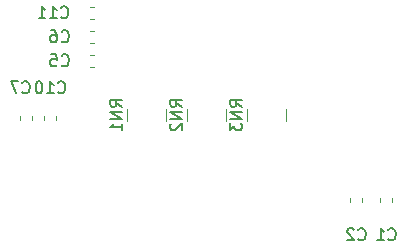
<source format=gbr>
G04 #@! TF.GenerationSoftware,KiCad,Pcbnew,(5.0.0)*
G04 #@! TF.CreationDate,2018-12-02T19:46:23+01:00*
G04 #@! TF.ProjectId,Nightmare V2,4E696768746D6172652056322E6B6963,rev?*
G04 #@! TF.SameCoordinates,Original*
G04 #@! TF.FileFunction,Legend,Bot*
G04 #@! TF.FilePolarity,Positive*
%FSLAX46Y46*%
G04 Gerber Fmt 4.6, Leading zero omitted, Abs format (unit mm)*
G04 Created by KiCad (PCBNEW (5.0.0)) date 12/02/18 19:46:23*
%MOMM*%
%LPD*%
G01*
G04 APERTURE LIST*
%ADD10C,0.120000*%
%ADD11C,0.150000*%
G04 APERTURE END LIST*
D10*
G04 #@! TO.C,C1*
X139190000Y-87063733D02*
X139190000Y-87406267D01*
X140210000Y-87063733D02*
X140210000Y-87406267D01*
G04 #@! TO.C,C2*
X137670000Y-87063733D02*
X137670000Y-87406267D01*
X136650000Y-87063733D02*
X136650000Y-87406267D01*
G04 #@! TO.C,C11*
X114979267Y-70864000D02*
X114636733Y-70864000D01*
X114979267Y-71884000D02*
X114636733Y-71884000D01*
G04 #@! TO.C,C5*
X114979267Y-74928000D02*
X114636733Y-74928000D01*
X114979267Y-75948000D02*
X114636733Y-75948000D01*
G04 #@! TO.C,C6*
X114979267Y-73916000D02*
X114636733Y-73916000D01*
X114979267Y-72896000D02*
X114636733Y-72896000D01*
G04 #@! TO.C,C7*
X109730000Y-80435267D02*
X109730000Y-80092733D01*
X108710000Y-80435267D02*
X108710000Y-80092733D01*
G04 #@! TO.C,C10*
X111762000Y-80435267D02*
X111762000Y-80092733D01*
X110742000Y-80435267D02*
X110742000Y-80092733D01*
G04 #@! TO.C,RN2*
X126140000Y-80510000D02*
X126140000Y-79510000D01*
X122780000Y-80510000D02*
X122780000Y-79510000D01*
G04 #@! TO.C,RN3*
X127860000Y-80510000D02*
X127860000Y-79510000D01*
X131220000Y-80510000D02*
X131220000Y-79510000D01*
G04 #@! TO.C,RN1*
X121060000Y-80510000D02*
X121060000Y-79510000D01*
X117700000Y-80510000D02*
X117700000Y-79510000D01*
G04 #@! TO.C,C1*
D11*
X139866666Y-90527142D02*
X139914285Y-90574761D01*
X140057142Y-90622380D01*
X140152380Y-90622380D01*
X140295238Y-90574761D01*
X140390476Y-90479523D01*
X140438095Y-90384285D01*
X140485714Y-90193809D01*
X140485714Y-90050952D01*
X140438095Y-89860476D01*
X140390476Y-89765238D01*
X140295238Y-89670000D01*
X140152380Y-89622380D01*
X140057142Y-89622380D01*
X139914285Y-89670000D01*
X139866666Y-89717619D01*
X138914285Y-90622380D02*
X139485714Y-90622380D01*
X139200000Y-90622380D02*
X139200000Y-89622380D01*
X139295238Y-89765238D01*
X139390476Y-89860476D01*
X139485714Y-89908095D01*
G04 #@! TO.C,C2*
X137326666Y-90527142D02*
X137374285Y-90574761D01*
X137517142Y-90622380D01*
X137612380Y-90622380D01*
X137755238Y-90574761D01*
X137850476Y-90479523D01*
X137898095Y-90384285D01*
X137945714Y-90193809D01*
X137945714Y-90050952D01*
X137898095Y-89860476D01*
X137850476Y-89765238D01*
X137755238Y-89670000D01*
X137612380Y-89622380D01*
X137517142Y-89622380D01*
X137374285Y-89670000D01*
X137326666Y-89717619D01*
X136945714Y-89717619D02*
X136898095Y-89670000D01*
X136802857Y-89622380D01*
X136564761Y-89622380D01*
X136469523Y-89670000D01*
X136421904Y-89717619D01*
X136374285Y-89812857D01*
X136374285Y-89908095D01*
X136421904Y-90050952D01*
X136993333Y-90622380D01*
X136374285Y-90622380D01*
G04 #@! TO.C,C11*
X112148857Y-71731142D02*
X112196476Y-71778761D01*
X112339333Y-71826380D01*
X112434571Y-71826380D01*
X112577428Y-71778761D01*
X112672666Y-71683523D01*
X112720285Y-71588285D01*
X112767904Y-71397809D01*
X112767904Y-71254952D01*
X112720285Y-71064476D01*
X112672666Y-70969238D01*
X112577428Y-70874000D01*
X112434571Y-70826380D01*
X112339333Y-70826380D01*
X112196476Y-70874000D01*
X112148857Y-70921619D01*
X111196476Y-71826380D02*
X111767904Y-71826380D01*
X111482190Y-71826380D02*
X111482190Y-70826380D01*
X111577428Y-70969238D01*
X111672666Y-71064476D01*
X111767904Y-71112095D01*
X110244095Y-71826380D02*
X110815523Y-71826380D01*
X110529809Y-71826380D02*
X110529809Y-70826380D01*
X110625047Y-70969238D01*
X110720285Y-71064476D01*
X110815523Y-71112095D01*
G04 #@! TO.C,C5*
X112194666Y-75795142D02*
X112242285Y-75842761D01*
X112385142Y-75890380D01*
X112480380Y-75890380D01*
X112623238Y-75842761D01*
X112718476Y-75747523D01*
X112766095Y-75652285D01*
X112813714Y-75461809D01*
X112813714Y-75318952D01*
X112766095Y-75128476D01*
X112718476Y-75033238D01*
X112623238Y-74938000D01*
X112480380Y-74890380D01*
X112385142Y-74890380D01*
X112242285Y-74938000D01*
X112194666Y-74985619D01*
X111289904Y-74890380D02*
X111766095Y-74890380D01*
X111813714Y-75366571D01*
X111766095Y-75318952D01*
X111670857Y-75271333D01*
X111432761Y-75271333D01*
X111337523Y-75318952D01*
X111289904Y-75366571D01*
X111242285Y-75461809D01*
X111242285Y-75699904D01*
X111289904Y-75795142D01*
X111337523Y-75842761D01*
X111432761Y-75890380D01*
X111670857Y-75890380D01*
X111766095Y-75842761D01*
X111813714Y-75795142D01*
G04 #@! TO.C,C6*
X112194666Y-73763142D02*
X112242285Y-73810761D01*
X112385142Y-73858380D01*
X112480380Y-73858380D01*
X112623238Y-73810761D01*
X112718476Y-73715523D01*
X112766095Y-73620285D01*
X112813714Y-73429809D01*
X112813714Y-73286952D01*
X112766095Y-73096476D01*
X112718476Y-73001238D01*
X112623238Y-72906000D01*
X112480380Y-72858380D01*
X112385142Y-72858380D01*
X112242285Y-72906000D01*
X112194666Y-72953619D01*
X111337523Y-72858380D02*
X111528000Y-72858380D01*
X111623238Y-72906000D01*
X111670857Y-72953619D01*
X111766095Y-73096476D01*
X111813714Y-73286952D01*
X111813714Y-73667904D01*
X111766095Y-73763142D01*
X111718476Y-73810761D01*
X111623238Y-73858380D01*
X111432761Y-73858380D01*
X111337523Y-73810761D01*
X111289904Y-73763142D01*
X111242285Y-73667904D01*
X111242285Y-73429809D01*
X111289904Y-73334571D01*
X111337523Y-73286952D01*
X111432761Y-73239333D01*
X111623238Y-73239333D01*
X111718476Y-73286952D01*
X111766095Y-73334571D01*
X111813714Y-73429809D01*
G04 #@! TO.C,C7*
X108878666Y-78081142D02*
X108926285Y-78128761D01*
X109069142Y-78176380D01*
X109164380Y-78176380D01*
X109307238Y-78128761D01*
X109402476Y-78033523D01*
X109450095Y-77938285D01*
X109497714Y-77747809D01*
X109497714Y-77604952D01*
X109450095Y-77414476D01*
X109402476Y-77319238D01*
X109307238Y-77224000D01*
X109164380Y-77176380D01*
X109069142Y-77176380D01*
X108926285Y-77224000D01*
X108878666Y-77271619D01*
X108545333Y-77176380D02*
X107878666Y-77176380D01*
X108307238Y-78176380D01*
G04 #@! TO.C,C10*
X111894857Y-78081142D02*
X111942476Y-78128761D01*
X112085333Y-78176380D01*
X112180571Y-78176380D01*
X112323428Y-78128761D01*
X112418666Y-78033523D01*
X112466285Y-77938285D01*
X112513904Y-77747809D01*
X112513904Y-77604952D01*
X112466285Y-77414476D01*
X112418666Y-77319238D01*
X112323428Y-77224000D01*
X112180571Y-77176380D01*
X112085333Y-77176380D01*
X111942476Y-77224000D01*
X111894857Y-77271619D01*
X110942476Y-78176380D02*
X111513904Y-78176380D01*
X111228190Y-78176380D02*
X111228190Y-77176380D01*
X111323428Y-77319238D01*
X111418666Y-77414476D01*
X111513904Y-77462095D01*
X110323428Y-77176380D02*
X110228190Y-77176380D01*
X110132952Y-77224000D01*
X110085333Y-77271619D01*
X110037714Y-77366857D01*
X109990095Y-77557333D01*
X109990095Y-77795428D01*
X110037714Y-77985904D01*
X110085333Y-78081142D01*
X110132952Y-78128761D01*
X110228190Y-78176380D01*
X110323428Y-78176380D01*
X110418666Y-78128761D01*
X110466285Y-78081142D01*
X110513904Y-77985904D01*
X110561523Y-77795428D01*
X110561523Y-77557333D01*
X110513904Y-77366857D01*
X110466285Y-77271619D01*
X110418666Y-77224000D01*
X110323428Y-77176380D01*
G04 #@! TO.C,RN2*
X122372380Y-79319523D02*
X121896190Y-78986190D01*
X122372380Y-78748095D02*
X121372380Y-78748095D01*
X121372380Y-79129047D01*
X121420000Y-79224285D01*
X121467619Y-79271904D01*
X121562857Y-79319523D01*
X121705714Y-79319523D01*
X121800952Y-79271904D01*
X121848571Y-79224285D01*
X121896190Y-79129047D01*
X121896190Y-78748095D01*
X122372380Y-79748095D02*
X121372380Y-79748095D01*
X122372380Y-80319523D01*
X121372380Y-80319523D01*
X121467619Y-80748095D02*
X121420000Y-80795714D01*
X121372380Y-80890952D01*
X121372380Y-81129047D01*
X121420000Y-81224285D01*
X121467619Y-81271904D01*
X121562857Y-81319523D01*
X121658095Y-81319523D01*
X121800952Y-81271904D01*
X122372380Y-80700476D01*
X122372380Y-81319523D01*
G04 #@! TO.C,RN3*
X127452380Y-79319523D02*
X126976190Y-78986190D01*
X127452380Y-78748095D02*
X126452380Y-78748095D01*
X126452380Y-79129047D01*
X126500000Y-79224285D01*
X126547619Y-79271904D01*
X126642857Y-79319523D01*
X126785714Y-79319523D01*
X126880952Y-79271904D01*
X126928571Y-79224285D01*
X126976190Y-79129047D01*
X126976190Y-78748095D01*
X127452380Y-79748095D02*
X126452380Y-79748095D01*
X127452380Y-80319523D01*
X126452380Y-80319523D01*
X126452380Y-80700476D02*
X126452380Y-81319523D01*
X126833333Y-80986190D01*
X126833333Y-81129047D01*
X126880952Y-81224285D01*
X126928571Y-81271904D01*
X127023809Y-81319523D01*
X127261904Y-81319523D01*
X127357142Y-81271904D01*
X127404761Y-81224285D01*
X127452380Y-81129047D01*
X127452380Y-80843333D01*
X127404761Y-80748095D01*
X127357142Y-80700476D01*
G04 #@! TO.C,RN1*
X117292380Y-79319523D02*
X116816190Y-78986190D01*
X117292380Y-78748095D02*
X116292380Y-78748095D01*
X116292380Y-79129047D01*
X116340000Y-79224285D01*
X116387619Y-79271904D01*
X116482857Y-79319523D01*
X116625714Y-79319523D01*
X116720952Y-79271904D01*
X116768571Y-79224285D01*
X116816190Y-79129047D01*
X116816190Y-78748095D01*
X117292380Y-79748095D02*
X116292380Y-79748095D01*
X117292380Y-80319523D01*
X116292380Y-80319523D01*
X117292380Y-81319523D02*
X117292380Y-80748095D01*
X117292380Y-81033809D02*
X116292380Y-81033809D01*
X116435238Y-80938571D01*
X116530476Y-80843333D01*
X116578095Y-80748095D01*
G04 #@! TD*
M02*

</source>
